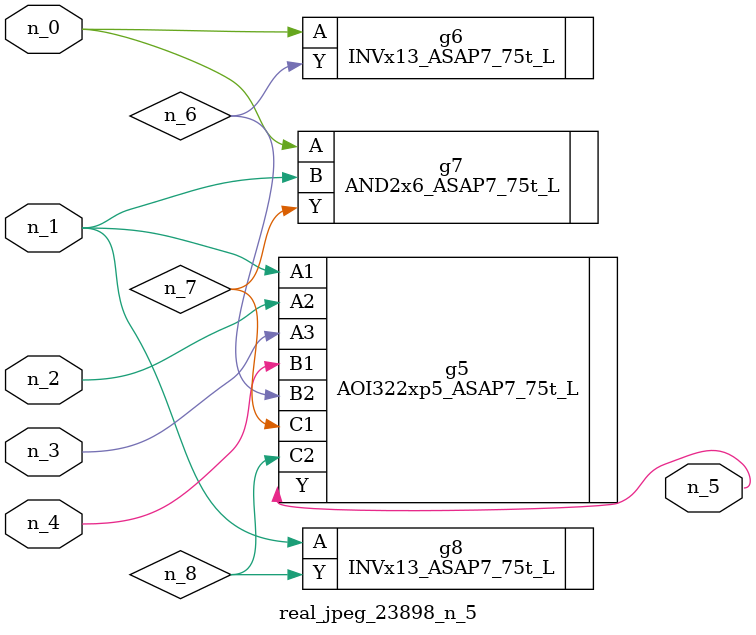
<source format=v>
module real_jpeg_23898_n_5 (n_4, n_0, n_1, n_2, n_3, n_5);

input n_4;
input n_0;
input n_1;
input n_2;
input n_3;

output n_5;

wire n_8;
wire n_6;
wire n_7;

INVx13_ASAP7_75t_L g6 ( 
.A(n_0),
.Y(n_6)
);

AND2x6_ASAP7_75t_L g7 ( 
.A(n_0),
.B(n_1),
.Y(n_7)
);

AOI322xp5_ASAP7_75t_L g5 ( 
.A1(n_1),
.A2(n_2),
.A3(n_3),
.B1(n_4),
.B2(n_6),
.C1(n_7),
.C2(n_8),
.Y(n_5)
);

INVx13_ASAP7_75t_L g8 ( 
.A(n_1),
.Y(n_8)
);


endmodule
</source>
